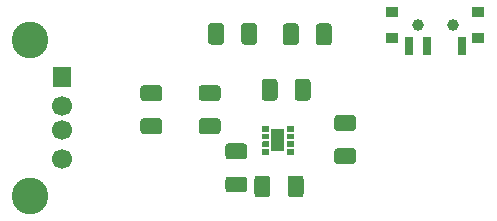
<source format=gbr>
%TF.GenerationSoftware,KiCad,Pcbnew,(5.1.6)-1*%
%TF.CreationDate,2021-03-22T01:22:11+02:00*%
%TF.ProjectId,Yu_9V_charger,59755f39-565f-4636-9861-726765722e6b,rev?*%
%TF.SameCoordinates,Original*%
%TF.FileFunction,Soldermask,Top*%
%TF.FilePolarity,Negative*%
%FSLAX46Y46*%
G04 Gerber Fmt 4.6, Leading zero omitted, Abs format (unit mm)*
G04 Created by KiCad (PCBNEW (5.1.6)-1) date 2021-03-22 01:22:11*
%MOMM*%
%LPD*%
G01*
G04 APERTURE LIST*
%ADD10C,0.010000*%
%ADD11C,0.100000*%
%ADD12R,1.100000X0.900000*%
%ADD13R,0.800000X1.600000*%
%ADD14C,1.000000*%
%ADD15C,1.700000*%
%ADD16R,1.600000X1.700000*%
%ADD17C,3.100000*%
G04 APERTURE END LIST*
D10*
%TO.C,U1*%
G36*
X141050000Y-72285000D02*
G01*
X141450000Y-72285000D01*
X141452620Y-72285069D01*
X141455230Y-72285274D01*
X141457820Y-72285616D01*
X141460400Y-72286093D01*
X141462940Y-72286704D01*
X141465450Y-72287447D01*
X141467920Y-72288321D01*
X141470340Y-72289323D01*
X141472700Y-72290450D01*
X141475000Y-72291699D01*
X141477230Y-72293066D01*
X141479390Y-72294549D01*
X141481470Y-72296143D01*
X141483460Y-72297843D01*
X141485360Y-72299645D01*
X141487160Y-72301543D01*
X141488860Y-72303534D01*
X141490450Y-72305611D01*
X141491930Y-72307768D01*
X141493300Y-72310000D01*
X141494550Y-72312300D01*
X141495680Y-72314663D01*
X141496680Y-72317082D01*
X141497550Y-72319549D01*
X141498300Y-72322059D01*
X141498910Y-72324604D01*
X141499380Y-72327178D01*
X141499730Y-72329774D01*
X141499930Y-72332383D01*
X141500000Y-72335000D01*
X141500000Y-72635000D01*
X141499930Y-72637620D01*
X141499730Y-72640230D01*
X141499380Y-72642820D01*
X141498910Y-72645400D01*
X141498300Y-72647940D01*
X141497550Y-72650450D01*
X141496680Y-72652920D01*
X141495680Y-72655340D01*
X141494550Y-72657700D01*
X141493300Y-72660000D01*
X141491930Y-72662230D01*
X141490450Y-72664390D01*
X141488860Y-72666470D01*
X141487160Y-72668460D01*
X141485360Y-72670360D01*
X141483460Y-72672160D01*
X141481470Y-72673860D01*
X141479390Y-72675450D01*
X141477230Y-72676930D01*
X141475000Y-72678300D01*
X141472700Y-72679550D01*
X141470340Y-72680680D01*
X141467920Y-72681680D01*
X141465450Y-72682550D01*
X141462940Y-72683300D01*
X141460400Y-72683910D01*
X141457820Y-72684380D01*
X141455230Y-72684730D01*
X141452620Y-72684930D01*
X141450000Y-72685000D01*
X141050000Y-72685000D01*
X141047383Y-72684930D01*
X141044774Y-72684730D01*
X141042178Y-72684380D01*
X141039604Y-72683910D01*
X141037059Y-72683300D01*
X141034549Y-72682550D01*
X141032082Y-72681680D01*
X141029663Y-72680680D01*
X141027300Y-72679550D01*
X141025000Y-72678300D01*
X141022768Y-72676930D01*
X141020611Y-72675450D01*
X141018534Y-72673860D01*
X141016543Y-72672160D01*
X141014645Y-72670360D01*
X141012843Y-72668460D01*
X141011143Y-72666470D01*
X141009549Y-72664390D01*
X141008066Y-72662230D01*
X141006699Y-72660000D01*
X141005450Y-72657700D01*
X141004323Y-72655340D01*
X141003321Y-72652920D01*
X141002447Y-72650450D01*
X141001704Y-72647940D01*
X141001093Y-72645400D01*
X141000616Y-72642820D01*
X141000274Y-72640230D01*
X141000069Y-72637620D01*
X141000000Y-72635000D01*
X141000000Y-72335000D01*
X141000069Y-72332383D01*
X141000274Y-72329774D01*
X141000616Y-72327178D01*
X141001093Y-72324604D01*
X141001704Y-72322059D01*
X141002447Y-72319549D01*
X141003321Y-72317082D01*
X141004323Y-72314663D01*
X141005450Y-72312300D01*
X141006699Y-72310000D01*
X141008066Y-72307768D01*
X141009549Y-72305611D01*
X141011143Y-72303534D01*
X141012843Y-72301543D01*
X141014645Y-72299645D01*
X141016543Y-72297843D01*
X141018534Y-72296143D01*
X141020611Y-72294549D01*
X141022768Y-72293066D01*
X141025000Y-72291699D01*
X141027300Y-72290450D01*
X141029663Y-72289323D01*
X141032082Y-72288321D01*
X141034549Y-72287447D01*
X141037059Y-72286704D01*
X141039604Y-72286093D01*
X141042178Y-72285616D01*
X141044774Y-72285274D01*
X141047383Y-72285069D01*
X141050000Y-72285000D01*
G37*
X141050000Y-72285000D02*
X141450000Y-72285000D01*
X141452620Y-72285069D01*
X141455230Y-72285274D01*
X141457820Y-72285616D01*
X141460400Y-72286093D01*
X141462940Y-72286704D01*
X141465450Y-72287447D01*
X141467920Y-72288321D01*
X141470340Y-72289323D01*
X141472700Y-72290450D01*
X141475000Y-72291699D01*
X141477230Y-72293066D01*
X141479390Y-72294549D01*
X141481470Y-72296143D01*
X141483460Y-72297843D01*
X141485360Y-72299645D01*
X141487160Y-72301543D01*
X141488860Y-72303534D01*
X141490450Y-72305611D01*
X141491930Y-72307768D01*
X141493300Y-72310000D01*
X141494550Y-72312300D01*
X141495680Y-72314663D01*
X141496680Y-72317082D01*
X141497550Y-72319549D01*
X141498300Y-72322059D01*
X141498910Y-72324604D01*
X141499380Y-72327178D01*
X141499730Y-72329774D01*
X141499930Y-72332383D01*
X141500000Y-72335000D01*
X141500000Y-72635000D01*
X141499930Y-72637620D01*
X141499730Y-72640230D01*
X141499380Y-72642820D01*
X141498910Y-72645400D01*
X141498300Y-72647940D01*
X141497550Y-72650450D01*
X141496680Y-72652920D01*
X141495680Y-72655340D01*
X141494550Y-72657700D01*
X141493300Y-72660000D01*
X141491930Y-72662230D01*
X141490450Y-72664390D01*
X141488860Y-72666470D01*
X141487160Y-72668460D01*
X141485360Y-72670360D01*
X141483460Y-72672160D01*
X141481470Y-72673860D01*
X141479390Y-72675450D01*
X141477230Y-72676930D01*
X141475000Y-72678300D01*
X141472700Y-72679550D01*
X141470340Y-72680680D01*
X141467920Y-72681680D01*
X141465450Y-72682550D01*
X141462940Y-72683300D01*
X141460400Y-72683910D01*
X141457820Y-72684380D01*
X141455230Y-72684730D01*
X141452620Y-72684930D01*
X141450000Y-72685000D01*
X141050000Y-72685000D01*
X141047383Y-72684930D01*
X141044774Y-72684730D01*
X141042178Y-72684380D01*
X141039604Y-72683910D01*
X141037059Y-72683300D01*
X141034549Y-72682550D01*
X141032082Y-72681680D01*
X141029663Y-72680680D01*
X141027300Y-72679550D01*
X141025000Y-72678300D01*
X141022768Y-72676930D01*
X141020611Y-72675450D01*
X141018534Y-72673860D01*
X141016543Y-72672160D01*
X141014645Y-72670360D01*
X141012843Y-72668460D01*
X141011143Y-72666470D01*
X141009549Y-72664390D01*
X141008066Y-72662230D01*
X141006699Y-72660000D01*
X141005450Y-72657700D01*
X141004323Y-72655340D01*
X141003321Y-72652920D01*
X141002447Y-72650450D01*
X141001704Y-72647940D01*
X141001093Y-72645400D01*
X141000616Y-72642820D01*
X141000274Y-72640230D01*
X141000069Y-72637620D01*
X141000000Y-72635000D01*
X141000000Y-72335000D01*
X141000069Y-72332383D01*
X141000274Y-72329774D01*
X141000616Y-72327178D01*
X141001093Y-72324604D01*
X141001704Y-72322059D01*
X141002447Y-72319549D01*
X141003321Y-72317082D01*
X141004323Y-72314663D01*
X141005450Y-72312300D01*
X141006699Y-72310000D01*
X141008066Y-72307768D01*
X141009549Y-72305611D01*
X141011143Y-72303534D01*
X141012843Y-72301543D01*
X141014645Y-72299645D01*
X141016543Y-72297843D01*
X141018534Y-72296143D01*
X141020611Y-72294549D01*
X141022768Y-72293066D01*
X141025000Y-72291699D01*
X141027300Y-72290450D01*
X141029663Y-72289323D01*
X141032082Y-72288321D01*
X141034549Y-72287447D01*
X141037059Y-72286704D01*
X141039604Y-72286093D01*
X141042178Y-72285616D01*
X141044774Y-72285274D01*
X141047383Y-72285069D01*
X141050000Y-72285000D01*
G36*
X141050000Y-71635000D02*
G01*
X141450000Y-71635000D01*
X141452620Y-71635069D01*
X141455230Y-71635274D01*
X141457820Y-71635616D01*
X141460400Y-71636093D01*
X141462940Y-71636704D01*
X141465450Y-71637447D01*
X141467920Y-71638321D01*
X141470340Y-71639323D01*
X141472700Y-71640450D01*
X141475000Y-71641699D01*
X141477230Y-71643066D01*
X141479390Y-71644549D01*
X141481470Y-71646143D01*
X141483460Y-71647843D01*
X141485360Y-71649645D01*
X141487160Y-71651543D01*
X141488860Y-71653534D01*
X141490450Y-71655611D01*
X141491930Y-71657768D01*
X141493300Y-71660000D01*
X141494550Y-71662300D01*
X141495680Y-71664663D01*
X141496680Y-71667082D01*
X141497550Y-71669549D01*
X141498300Y-71672059D01*
X141498910Y-71674604D01*
X141499380Y-71677178D01*
X141499730Y-71679774D01*
X141499930Y-71682383D01*
X141500000Y-71685000D01*
X141500000Y-71985000D01*
X141499930Y-71987617D01*
X141499730Y-71990226D01*
X141499380Y-71992822D01*
X141498910Y-71995396D01*
X141498300Y-71997941D01*
X141497550Y-72000451D01*
X141496680Y-72002918D01*
X141495680Y-72005337D01*
X141494550Y-72007700D01*
X141493300Y-72010000D01*
X141491930Y-72012232D01*
X141490450Y-72014389D01*
X141488860Y-72016466D01*
X141487160Y-72018457D01*
X141485360Y-72020355D01*
X141483460Y-72022157D01*
X141481470Y-72023857D01*
X141479390Y-72025451D01*
X141477230Y-72026934D01*
X141475000Y-72028301D01*
X141472700Y-72029550D01*
X141470340Y-72030677D01*
X141467920Y-72031679D01*
X141465450Y-72032553D01*
X141462940Y-72033296D01*
X141460400Y-72033907D01*
X141457820Y-72034384D01*
X141455230Y-72034726D01*
X141452620Y-72034931D01*
X141450000Y-72035000D01*
X141050000Y-72035000D01*
X141047383Y-72034931D01*
X141044774Y-72034726D01*
X141042178Y-72034384D01*
X141039604Y-72033907D01*
X141037059Y-72033296D01*
X141034549Y-72032553D01*
X141032082Y-72031679D01*
X141029663Y-72030677D01*
X141027300Y-72029550D01*
X141025000Y-72028301D01*
X141022768Y-72026934D01*
X141020611Y-72025451D01*
X141018534Y-72023857D01*
X141016543Y-72022157D01*
X141014645Y-72020355D01*
X141012843Y-72018457D01*
X141011143Y-72016466D01*
X141009549Y-72014389D01*
X141008066Y-72012232D01*
X141006699Y-72010000D01*
X141005450Y-72007700D01*
X141004323Y-72005337D01*
X141003321Y-72002918D01*
X141002447Y-72000451D01*
X141001704Y-71997941D01*
X141001093Y-71995396D01*
X141000616Y-71992822D01*
X141000274Y-71990226D01*
X141000069Y-71987617D01*
X141000000Y-71985000D01*
X141000000Y-71685000D01*
X141000069Y-71682383D01*
X141000274Y-71679774D01*
X141000616Y-71677178D01*
X141001093Y-71674604D01*
X141001704Y-71672059D01*
X141002447Y-71669549D01*
X141003321Y-71667082D01*
X141004323Y-71664663D01*
X141005450Y-71662300D01*
X141006699Y-71660000D01*
X141008066Y-71657768D01*
X141009549Y-71655611D01*
X141011143Y-71653534D01*
X141012843Y-71651543D01*
X141014645Y-71649645D01*
X141016543Y-71647843D01*
X141018534Y-71646143D01*
X141020611Y-71644549D01*
X141022768Y-71643066D01*
X141025000Y-71641699D01*
X141027300Y-71640450D01*
X141029663Y-71639323D01*
X141032082Y-71638321D01*
X141034549Y-71637447D01*
X141037059Y-71636704D01*
X141039604Y-71636093D01*
X141042178Y-71635616D01*
X141044774Y-71635274D01*
X141047383Y-71635069D01*
X141050000Y-71635000D01*
G37*
X141050000Y-71635000D02*
X141450000Y-71635000D01*
X141452620Y-71635069D01*
X141455230Y-71635274D01*
X141457820Y-71635616D01*
X141460400Y-71636093D01*
X141462940Y-71636704D01*
X141465450Y-71637447D01*
X141467920Y-71638321D01*
X141470340Y-71639323D01*
X141472700Y-71640450D01*
X141475000Y-71641699D01*
X141477230Y-71643066D01*
X141479390Y-71644549D01*
X141481470Y-71646143D01*
X141483460Y-71647843D01*
X141485360Y-71649645D01*
X141487160Y-71651543D01*
X141488860Y-71653534D01*
X141490450Y-71655611D01*
X141491930Y-71657768D01*
X141493300Y-71660000D01*
X141494550Y-71662300D01*
X141495680Y-71664663D01*
X141496680Y-71667082D01*
X141497550Y-71669549D01*
X141498300Y-71672059D01*
X141498910Y-71674604D01*
X141499380Y-71677178D01*
X141499730Y-71679774D01*
X141499930Y-71682383D01*
X141500000Y-71685000D01*
X141500000Y-71985000D01*
X141499930Y-71987617D01*
X141499730Y-71990226D01*
X141499380Y-71992822D01*
X141498910Y-71995396D01*
X141498300Y-71997941D01*
X141497550Y-72000451D01*
X141496680Y-72002918D01*
X141495680Y-72005337D01*
X141494550Y-72007700D01*
X141493300Y-72010000D01*
X141491930Y-72012232D01*
X141490450Y-72014389D01*
X141488860Y-72016466D01*
X141487160Y-72018457D01*
X141485360Y-72020355D01*
X141483460Y-72022157D01*
X141481470Y-72023857D01*
X141479390Y-72025451D01*
X141477230Y-72026934D01*
X141475000Y-72028301D01*
X141472700Y-72029550D01*
X141470340Y-72030677D01*
X141467920Y-72031679D01*
X141465450Y-72032553D01*
X141462940Y-72033296D01*
X141460400Y-72033907D01*
X141457820Y-72034384D01*
X141455230Y-72034726D01*
X141452620Y-72034931D01*
X141450000Y-72035000D01*
X141050000Y-72035000D01*
X141047383Y-72034931D01*
X141044774Y-72034726D01*
X141042178Y-72034384D01*
X141039604Y-72033907D01*
X141037059Y-72033296D01*
X141034549Y-72032553D01*
X141032082Y-72031679D01*
X141029663Y-72030677D01*
X141027300Y-72029550D01*
X141025000Y-72028301D01*
X141022768Y-72026934D01*
X141020611Y-72025451D01*
X141018534Y-72023857D01*
X141016543Y-72022157D01*
X141014645Y-72020355D01*
X141012843Y-72018457D01*
X141011143Y-72016466D01*
X141009549Y-72014389D01*
X141008066Y-72012232D01*
X141006699Y-72010000D01*
X141005450Y-72007700D01*
X141004323Y-72005337D01*
X141003321Y-72002918D01*
X141002447Y-72000451D01*
X141001704Y-71997941D01*
X141001093Y-71995396D01*
X141000616Y-71992822D01*
X141000274Y-71990226D01*
X141000069Y-71987617D01*
X141000000Y-71985000D01*
X141000000Y-71685000D01*
X141000069Y-71682383D01*
X141000274Y-71679774D01*
X141000616Y-71677178D01*
X141001093Y-71674604D01*
X141001704Y-71672059D01*
X141002447Y-71669549D01*
X141003321Y-71667082D01*
X141004323Y-71664663D01*
X141005450Y-71662300D01*
X141006699Y-71660000D01*
X141008066Y-71657768D01*
X141009549Y-71655611D01*
X141011143Y-71653534D01*
X141012843Y-71651543D01*
X141014645Y-71649645D01*
X141016543Y-71647843D01*
X141018534Y-71646143D01*
X141020611Y-71644549D01*
X141022768Y-71643066D01*
X141025000Y-71641699D01*
X141027300Y-71640450D01*
X141029663Y-71639323D01*
X141032082Y-71638321D01*
X141034549Y-71637447D01*
X141037059Y-71636704D01*
X141039604Y-71636093D01*
X141042178Y-71635616D01*
X141044774Y-71635274D01*
X141047383Y-71635069D01*
X141050000Y-71635000D01*
G36*
X141050000Y-70985000D02*
G01*
X141450000Y-70985000D01*
X141452620Y-70985069D01*
X141455230Y-70985274D01*
X141457820Y-70985616D01*
X141460400Y-70986093D01*
X141462940Y-70986704D01*
X141465450Y-70987447D01*
X141467920Y-70988321D01*
X141470340Y-70989323D01*
X141472700Y-70990450D01*
X141475000Y-70991699D01*
X141477230Y-70993066D01*
X141479390Y-70994549D01*
X141481470Y-70996143D01*
X141483460Y-70997843D01*
X141485360Y-70999645D01*
X141487160Y-71001543D01*
X141488860Y-71003534D01*
X141490450Y-71005611D01*
X141491930Y-71007768D01*
X141493300Y-71010000D01*
X141494550Y-71012300D01*
X141495680Y-71014663D01*
X141496680Y-71017082D01*
X141497550Y-71019549D01*
X141498300Y-71022059D01*
X141498910Y-71024604D01*
X141499380Y-71027178D01*
X141499730Y-71029774D01*
X141499930Y-71032383D01*
X141500000Y-71035000D01*
X141500000Y-71335000D01*
X141499930Y-71337617D01*
X141499730Y-71340226D01*
X141499380Y-71342822D01*
X141498910Y-71345396D01*
X141498300Y-71347941D01*
X141497550Y-71350451D01*
X141496680Y-71352918D01*
X141495680Y-71355337D01*
X141494550Y-71357700D01*
X141493300Y-71360000D01*
X141491930Y-71362232D01*
X141490450Y-71364389D01*
X141488860Y-71366466D01*
X141487160Y-71368457D01*
X141485360Y-71370355D01*
X141483460Y-71372157D01*
X141481470Y-71373857D01*
X141479390Y-71375451D01*
X141477230Y-71376934D01*
X141475000Y-71378301D01*
X141472700Y-71379550D01*
X141470340Y-71380677D01*
X141467920Y-71381679D01*
X141465450Y-71382553D01*
X141462940Y-71383296D01*
X141460400Y-71383907D01*
X141457820Y-71384384D01*
X141455230Y-71384726D01*
X141452620Y-71384931D01*
X141450000Y-71385000D01*
X141050000Y-71385000D01*
X141047383Y-71384931D01*
X141044774Y-71384726D01*
X141042178Y-71384384D01*
X141039604Y-71383907D01*
X141037059Y-71383296D01*
X141034549Y-71382553D01*
X141032082Y-71381679D01*
X141029663Y-71380677D01*
X141027300Y-71379550D01*
X141025000Y-71378301D01*
X141022768Y-71376934D01*
X141020611Y-71375451D01*
X141018534Y-71373857D01*
X141016543Y-71372157D01*
X141014645Y-71370355D01*
X141012843Y-71368457D01*
X141011143Y-71366466D01*
X141009549Y-71364389D01*
X141008066Y-71362232D01*
X141006699Y-71360000D01*
X141005450Y-71357700D01*
X141004323Y-71355337D01*
X141003321Y-71352918D01*
X141002447Y-71350451D01*
X141001704Y-71347941D01*
X141001093Y-71345396D01*
X141000616Y-71342822D01*
X141000274Y-71340226D01*
X141000069Y-71337617D01*
X141000000Y-71335000D01*
X141000000Y-71035000D01*
X141000069Y-71032383D01*
X141000274Y-71029774D01*
X141000616Y-71027178D01*
X141001093Y-71024604D01*
X141001704Y-71022059D01*
X141002447Y-71019549D01*
X141003321Y-71017082D01*
X141004323Y-71014663D01*
X141005450Y-71012300D01*
X141006699Y-71010000D01*
X141008066Y-71007768D01*
X141009549Y-71005611D01*
X141011143Y-71003534D01*
X141012843Y-71001543D01*
X141014645Y-70999645D01*
X141016543Y-70997843D01*
X141018534Y-70996143D01*
X141020611Y-70994549D01*
X141022768Y-70993066D01*
X141025000Y-70991699D01*
X141027300Y-70990450D01*
X141029663Y-70989323D01*
X141032082Y-70988321D01*
X141034549Y-70987447D01*
X141037059Y-70986704D01*
X141039604Y-70986093D01*
X141042178Y-70985616D01*
X141044774Y-70985274D01*
X141047383Y-70985069D01*
X141050000Y-70985000D01*
G37*
X141050000Y-70985000D02*
X141450000Y-70985000D01*
X141452620Y-70985069D01*
X141455230Y-70985274D01*
X141457820Y-70985616D01*
X141460400Y-70986093D01*
X141462940Y-70986704D01*
X141465450Y-70987447D01*
X141467920Y-70988321D01*
X141470340Y-70989323D01*
X141472700Y-70990450D01*
X141475000Y-70991699D01*
X141477230Y-70993066D01*
X141479390Y-70994549D01*
X141481470Y-70996143D01*
X141483460Y-70997843D01*
X141485360Y-70999645D01*
X141487160Y-71001543D01*
X141488860Y-71003534D01*
X141490450Y-71005611D01*
X141491930Y-71007768D01*
X141493300Y-71010000D01*
X141494550Y-71012300D01*
X141495680Y-71014663D01*
X141496680Y-71017082D01*
X141497550Y-71019549D01*
X141498300Y-71022059D01*
X141498910Y-71024604D01*
X141499380Y-71027178D01*
X141499730Y-71029774D01*
X141499930Y-71032383D01*
X141500000Y-71035000D01*
X141500000Y-71335000D01*
X141499930Y-71337617D01*
X141499730Y-71340226D01*
X141499380Y-71342822D01*
X141498910Y-71345396D01*
X141498300Y-71347941D01*
X141497550Y-71350451D01*
X141496680Y-71352918D01*
X141495680Y-71355337D01*
X141494550Y-71357700D01*
X141493300Y-71360000D01*
X141491930Y-71362232D01*
X141490450Y-71364389D01*
X141488860Y-71366466D01*
X141487160Y-71368457D01*
X141485360Y-71370355D01*
X141483460Y-71372157D01*
X141481470Y-71373857D01*
X141479390Y-71375451D01*
X141477230Y-71376934D01*
X141475000Y-71378301D01*
X141472700Y-71379550D01*
X141470340Y-71380677D01*
X141467920Y-71381679D01*
X141465450Y-71382553D01*
X141462940Y-71383296D01*
X141460400Y-71383907D01*
X141457820Y-71384384D01*
X141455230Y-71384726D01*
X141452620Y-71384931D01*
X141450000Y-71385000D01*
X141050000Y-71385000D01*
X141047383Y-71384931D01*
X141044774Y-71384726D01*
X141042178Y-71384384D01*
X141039604Y-71383907D01*
X141037059Y-71383296D01*
X141034549Y-71382553D01*
X141032082Y-71381679D01*
X141029663Y-71380677D01*
X141027300Y-71379550D01*
X141025000Y-71378301D01*
X141022768Y-71376934D01*
X141020611Y-71375451D01*
X141018534Y-71373857D01*
X141016543Y-71372157D01*
X141014645Y-71370355D01*
X141012843Y-71368457D01*
X141011143Y-71366466D01*
X141009549Y-71364389D01*
X141008066Y-71362232D01*
X141006699Y-71360000D01*
X141005450Y-71357700D01*
X141004323Y-71355337D01*
X141003321Y-71352918D01*
X141002447Y-71350451D01*
X141001704Y-71347941D01*
X141001093Y-71345396D01*
X141000616Y-71342822D01*
X141000274Y-71340226D01*
X141000069Y-71337617D01*
X141000000Y-71335000D01*
X141000000Y-71035000D01*
X141000069Y-71032383D01*
X141000274Y-71029774D01*
X141000616Y-71027178D01*
X141001093Y-71024604D01*
X141001704Y-71022059D01*
X141002447Y-71019549D01*
X141003321Y-71017082D01*
X141004323Y-71014663D01*
X141005450Y-71012300D01*
X141006699Y-71010000D01*
X141008066Y-71007768D01*
X141009549Y-71005611D01*
X141011143Y-71003534D01*
X141012843Y-71001543D01*
X141014645Y-70999645D01*
X141016543Y-70997843D01*
X141018534Y-70996143D01*
X141020611Y-70994549D01*
X141022768Y-70993066D01*
X141025000Y-70991699D01*
X141027300Y-70990450D01*
X141029663Y-70989323D01*
X141032082Y-70988321D01*
X141034549Y-70987447D01*
X141037059Y-70986704D01*
X141039604Y-70986093D01*
X141042178Y-70985616D01*
X141044774Y-70985274D01*
X141047383Y-70985069D01*
X141050000Y-70985000D01*
G36*
X141050000Y-70335000D02*
G01*
X141450000Y-70335000D01*
X141452620Y-70335070D01*
X141455230Y-70335270D01*
X141457820Y-70335620D01*
X141460400Y-70336090D01*
X141462940Y-70336700D01*
X141465450Y-70337450D01*
X141467920Y-70338320D01*
X141470340Y-70339320D01*
X141472700Y-70340450D01*
X141475000Y-70341700D01*
X141477230Y-70343070D01*
X141479390Y-70344550D01*
X141481470Y-70346140D01*
X141483460Y-70347840D01*
X141485360Y-70349640D01*
X141487160Y-70351540D01*
X141488860Y-70353530D01*
X141490450Y-70355610D01*
X141491930Y-70357770D01*
X141493300Y-70360000D01*
X141494550Y-70362300D01*
X141495680Y-70364660D01*
X141496680Y-70367080D01*
X141497550Y-70369550D01*
X141498300Y-70372060D01*
X141498910Y-70374600D01*
X141499380Y-70377180D01*
X141499730Y-70379770D01*
X141499930Y-70382380D01*
X141500000Y-70385000D01*
X141500000Y-70685000D01*
X141499930Y-70687617D01*
X141499730Y-70690226D01*
X141499380Y-70692822D01*
X141498910Y-70695396D01*
X141498300Y-70697941D01*
X141497550Y-70700451D01*
X141496680Y-70702918D01*
X141495680Y-70705337D01*
X141494550Y-70707700D01*
X141493300Y-70710000D01*
X141491930Y-70712232D01*
X141490450Y-70714389D01*
X141488860Y-70716466D01*
X141487160Y-70718457D01*
X141485360Y-70720355D01*
X141483460Y-70722157D01*
X141481470Y-70723857D01*
X141479390Y-70725451D01*
X141477230Y-70726934D01*
X141475000Y-70728301D01*
X141472700Y-70729550D01*
X141470340Y-70730677D01*
X141467920Y-70731679D01*
X141465450Y-70732553D01*
X141462940Y-70733296D01*
X141460400Y-70733907D01*
X141457820Y-70734384D01*
X141455230Y-70734726D01*
X141452620Y-70734931D01*
X141450000Y-70735000D01*
X141050000Y-70735000D01*
X141047383Y-70734931D01*
X141044774Y-70734726D01*
X141042178Y-70734384D01*
X141039604Y-70733907D01*
X141037059Y-70733296D01*
X141034549Y-70732553D01*
X141032082Y-70731679D01*
X141029663Y-70730677D01*
X141027300Y-70729550D01*
X141025000Y-70728301D01*
X141022768Y-70726934D01*
X141020611Y-70725451D01*
X141018534Y-70723857D01*
X141016543Y-70722157D01*
X141014645Y-70720355D01*
X141012843Y-70718457D01*
X141011143Y-70716466D01*
X141009549Y-70714389D01*
X141008066Y-70712232D01*
X141006699Y-70710000D01*
X141005450Y-70707700D01*
X141004323Y-70705337D01*
X141003321Y-70702918D01*
X141002447Y-70700451D01*
X141001704Y-70697941D01*
X141001093Y-70695396D01*
X141000616Y-70692822D01*
X141000274Y-70690226D01*
X141000069Y-70687617D01*
X141000000Y-70685000D01*
X141000000Y-70385000D01*
X141000069Y-70382380D01*
X141000274Y-70379770D01*
X141000616Y-70377180D01*
X141001093Y-70374600D01*
X141001704Y-70372060D01*
X141002447Y-70369550D01*
X141003321Y-70367080D01*
X141004323Y-70364660D01*
X141005450Y-70362300D01*
X141006699Y-70360000D01*
X141008066Y-70357770D01*
X141009549Y-70355610D01*
X141011143Y-70353530D01*
X141012843Y-70351540D01*
X141014645Y-70349640D01*
X141016543Y-70347840D01*
X141018534Y-70346140D01*
X141020611Y-70344550D01*
X141022768Y-70343070D01*
X141025000Y-70341700D01*
X141027300Y-70340450D01*
X141029663Y-70339320D01*
X141032082Y-70338320D01*
X141034549Y-70337450D01*
X141037059Y-70336700D01*
X141039604Y-70336090D01*
X141042178Y-70335620D01*
X141044774Y-70335270D01*
X141047383Y-70335070D01*
X141050000Y-70335000D01*
G37*
X141050000Y-70335000D02*
X141450000Y-70335000D01*
X141452620Y-70335070D01*
X141455230Y-70335270D01*
X141457820Y-70335620D01*
X141460400Y-70336090D01*
X141462940Y-70336700D01*
X141465450Y-70337450D01*
X141467920Y-70338320D01*
X141470340Y-70339320D01*
X141472700Y-70340450D01*
X141475000Y-70341700D01*
X141477230Y-70343070D01*
X141479390Y-70344550D01*
X141481470Y-70346140D01*
X141483460Y-70347840D01*
X141485360Y-70349640D01*
X141487160Y-70351540D01*
X141488860Y-70353530D01*
X141490450Y-70355610D01*
X141491930Y-70357770D01*
X141493300Y-70360000D01*
X141494550Y-70362300D01*
X141495680Y-70364660D01*
X141496680Y-70367080D01*
X141497550Y-70369550D01*
X141498300Y-70372060D01*
X141498910Y-70374600D01*
X141499380Y-70377180D01*
X141499730Y-70379770D01*
X141499930Y-70382380D01*
X141500000Y-70385000D01*
X141500000Y-70685000D01*
X141499930Y-70687617D01*
X141499730Y-70690226D01*
X141499380Y-70692822D01*
X141498910Y-70695396D01*
X141498300Y-70697941D01*
X141497550Y-70700451D01*
X141496680Y-70702918D01*
X141495680Y-70705337D01*
X141494550Y-70707700D01*
X141493300Y-70710000D01*
X141491930Y-70712232D01*
X141490450Y-70714389D01*
X141488860Y-70716466D01*
X141487160Y-70718457D01*
X141485360Y-70720355D01*
X141483460Y-70722157D01*
X141481470Y-70723857D01*
X141479390Y-70725451D01*
X141477230Y-70726934D01*
X141475000Y-70728301D01*
X141472700Y-70729550D01*
X141470340Y-70730677D01*
X141467920Y-70731679D01*
X141465450Y-70732553D01*
X141462940Y-70733296D01*
X141460400Y-70733907D01*
X141457820Y-70734384D01*
X141455230Y-70734726D01*
X141452620Y-70734931D01*
X141450000Y-70735000D01*
X141050000Y-70735000D01*
X141047383Y-70734931D01*
X141044774Y-70734726D01*
X141042178Y-70734384D01*
X141039604Y-70733907D01*
X141037059Y-70733296D01*
X141034549Y-70732553D01*
X141032082Y-70731679D01*
X141029663Y-70730677D01*
X141027300Y-70729550D01*
X141025000Y-70728301D01*
X141022768Y-70726934D01*
X141020611Y-70725451D01*
X141018534Y-70723857D01*
X141016543Y-70722157D01*
X141014645Y-70720355D01*
X141012843Y-70718457D01*
X141011143Y-70716466D01*
X141009549Y-70714389D01*
X141008066Y-70712232D01*
X141006699Y-70710000D01*
X141005450Y-70707700D01*
X141004323Y-70705337D01*
X141003321Y-70702918D01*
X141002447Y-70700451D01*
X141001704Y-70697941D01*
X141001093Y-70695396D01*
X141000616Y-70692822D01*
X141000274Y-70690226D01*
X141000069Y-70687617D01*
X141000000Y-70685000D01*
X141000000Y-70385000D01*
X141000069Y-70382380D01*
X141000274Y-70379770D01*
X141000616Y-70377180D01*
X141001093Y-70374600D01*
X141001704Y-70372060D01*
X141002447Y-70369550D01*
X141003321Y-70367080D01*
X141004323Y-70364660D01*
X141005450Y-70362300D01*
X141006699Y-70360000D01*
X141008066Y-70357770D01*
X141009549Y-70355610D01*
X141011143Y-70353530D01*
X141012843Y-70351540D01*
X141014645Y-70349640D01*
X141016543Y-70347840D01*
X141018534Y-70346140D01*
X141020611Y-70344550D01*
X141022768Y-70343070D01*
X141025000Y-70341700D01*
X141027300Y-70340450D01*
X141029663Y-70339320D01*
X141032082Y-70338320D01*
X141034549Y-70337450D01*
X141037059Y-70336700D01*
X141039604Y-70336090D01*
X141042178Y-70335620D01*
X141044774Y-70335270D01*
X141047383Y-70335070D01*
X141050000Y-70335000D01*
G36*
X138950000Y-72285000D02*
G01*
X139350000Y-72285000D01*
X139352617Y-72285069D01*
X139355226Y-72285274D01*
X139357822Y-72285616D01*
X139360396Y-72286093D01*
X139362941Y-72286704D01*
X139365451Y-72287447D01*
X139367918Y-72288321D01*
X139370337Y-72289323D01*
X139372700Y-72290450D01*
X139375000Y-72291699D01*
X139377232Y-72293066D01*
X139379389Y-72294549D01*
X139381466Y-72296143D01*
X139383457Y-72297843D01*
X139385355Y-72299645D01*
X139387157Y-72301543D01*
X139388857Y-72303534D01*
X139390451Y-72305611D01*
X139391934Y-72307768D01*
X139393301Y-72310000D01*
X139394550Y-72312300D01*
X139395677Y-72314663D01*
X139396679Y-72317082D01*
X139397553Y-72319549D01*
X139398296Y-72322059D01*
X139398907Y-72324604D01*
X139399384Y-72327178D01*
X139399726Y-72329774D01*
X139399931Y-72332383D01*
X139400000Y-72335000D01*
X139400000Y-72635000D01*
X139399931Y-72637620D01*
X139399726Y-72640230D01*
X139399384Y-72642820D01*
X139398907Y-72645400D01*
X139398296Y-72647940D01*
X139397553Y-72650450D01*
X139396679Y-72652920D01*
X139395677Y-72655340D01*
X139394550Y-72657700D01*
X139393301Y-72660000D01*
X139391934Y-72662230D01*
X139390451Y-72664390D01*
X139388857Y-72666470D01*
X139387157Y-72668460D01*
X139385355Y-72670360D01*
X139383457Y-72672160D01*
X139381466Y-72673860D01*
X139379389Y-72675450D01*
X139377232Y-72676930D01*
X139375000Y-72678300D01*
X139372700Y-72679550D01*
X139370337Y-72680680D01*
X139367918Y-72681680D01*
X139365451Y-72682550D01*
X139362941Y-72683300D01*
X139360396Y-72683910D01*
X139357822Y-72684380D01*
X139355226Y-72684730D01*
X139352617Y-72684930D01*
X139350000Y-72685000D01*
X138950000Y-72685000D01*
X138947380Y-72684930D01*
X138944770Y-72684730D01*
X138942180Y-72684380D01*
X138939600Y-72683910D01*
X138937060Y-72683300D01*
X138934550Y-72682550D01*
X138932080Y-72681680D01*
X138929660Y-72680680D01*
X138927300Y-72679550D01*
X138925000Y-72678300D01*
X138922770Y-72676930D01*
X138920610Y-72675450D01*
X138918530Y-72673860D01*
X138916540Y-72672160D01*
X138914640Y-72670360D01*
X138912840Y-72668460D01*
X138911140Y-72666470D01*
X138909550Y-72664390D01*
X138908070Y-72662230D01*
X138906700Y-72660000D01*
X138905450Y-72657700D01*
X138904320Y-72655340D01*
X138903320Y-72652920D01*
X138902450Y-72650450D01*
X138901700Y-72647940D01*
X138901090Y-72645400D01*
X138900620Y-72642820D01*
X138900270Y-72640230D01*
X138900070Y-72637620D01*
X138900000Y-72635000D01*
X138900000Y-72335000D01*
X138900070Y-72332383D01*
X138900270Y-72329774D01*
X138900620Y-72327178D01*
X138901090Y-72324604D01*
X138901700Y-72322059D01*
X138902450Y-72319549D01*
X138903320Y-72317082D01*
X138904320Y-72314663D01*
X138905450Y-72312300D01*
X138906700Y-72310000D01*
X138908070Y-72307768D01*
X138909550Y-72305611D01*
X138911140Y-72303534D01*
X138912840Y-72301543D01*
X138914640Y-72299645D01*
X138916540Y-72297843D01*
X138918530Y-72296143D01*
X138920610Y-72294549D01*
X138922770Y-72293066D01*
X138925000Y-72291699D01*
X138927300Y-72290450D01*
X138929660Y-72289323D01*
X138932080Y-72288321D01*
X138934550Y-72287447D01*
X138937060Y-72286704D01*
X138939600Y-72286093D01*
X138942180Y-72285616D01*
X138944770Y-72285274D01*
X138947380Y-72285069D01*
X138950000Y-72285000D01*
G37*
X138950000Y-72285000D02*
X139350000Y-72285000D01*
X139352617Y-72285069D01*
X139355226Y-72285274D01*
X139357822Y-72285616D01*
X139360396Y-72286093D01*
X139362941Y-72286704D01*
X139365451Y-72287447D01*
X139367918Y-72288321D01*
X139370337Y-72289323D01*
X139372700Y-72290450D01*
X139375000Y-72291699D01*
X139377232Y-72293066D01*
X139379389Y-72294549D01*
X139381466Y-72296143D01*
X139383457Y-72297843D01*
X139385355Y-72299645D01*
X139387157Y-72301543D01*
X139388857Y-72303534D01*
X139390451Y-72305611D01*
X139391934Y-72307768D01*
X139393301Y-72310000D01*
X139394550Y-72312300D01*
X139395677Y-72314663D01*
X139396679Y-72317082D01*
X139397553Y-72319549D01*
X139398296Y-72322059D01*
X139398907Y-72324604D01*
X139399384Y-72327178D01*
X139399726Y-72329774D01*
X139399931Y-72332383D01*
X139400000Y-72335000D01*
X139400000Y-72635000D01*
X139399931Y-72637620D01*
X139399726Y-72640230D01*
X139399384Y-72642820D01*
X139398907Y-72645400D01*
X139398296Y-72647940D01*
X139397553Y-72650450D01*
X139396679Y-72652920D01*
X139395677Y-72655340D01*
X139394550Y-72657700D01*
X139393301Y-72660000D01*
X139391934Y-72662230D01*
X139390451Y-72664390D01*
X139388857Y-72666470D01*
X139387157Y-72668460D01*
X139385355Y-72670360D01*
X139383457Y-72672160D01*
X139381466Y-72673860D01*
X139379389Y-72675450D01*
X139377232Y-72676930D01*
X139375000Y-72678300D01*
X139372700Y-72679550D01*
X139370337Y-72680680D01*
X139367918Y-72681680D01*
X139365451Y-72682550D01*
X139362941Y-72683300D01*
X139360396Y-72683910D01*
X139357822Y-72684380D01*
X139355226Y-72684730D01*
X139352617Y-72684930D01*
X139350000Y-72685000D01*
X138950000Y-72685000D01*
X138947380Y-72684930D01*
X138944770Y-72684730D01*
X138942180Y-72684380D01*
X138939600Y-72683910D01*
X138937060Y-72683300D01*
X138934550Y-72682550D01*
X138932080Y-72681680D01*
X138929660Y-72680680D01*
X138927300Y-72679550D01*
X138925000Y-72678300D01*
X138922770Y-72676930D01*
X138920610Y-72675450D01*
X138918530Y-72673860D01*
X138916540Y-72672160D01*
X138914640Y-72670360D01*
X138912840Y-72668460D01*
X138911140Y-72666470D01*
X138909550Y-72664390D01*
X138908070Y-72662230D01*
X138906700Y-72660000D01*
X138905450Y-72657700D01*
X138904320Y-72655340D01*
X138903320Y-72652920D01*
X138902450Y-72650450D01*
X138901700Y-72647940D01*
X138901090Y-72645400D01*
X138900620Y-72642820D01*
X138900270Y-72640230D01*
X138900070Y-72637620D01*
X138900000Y-72635000D01*
X138900000Y-72335000D01*
X138900070Y-72332383D01*
X138900270Y-72329774D01*
X138900620Y-72327178D01*
X138901090Y-72324604D01*
X138901700Y-72322059D01*
X138902450Y-72319549D01*
X138903320Y-72317082D01*
X138904320Y-72314663D01*
X138905450Y-72312300D01*
X138906700Y-72310000D01*
X138908070Y-72307768D01*
X138909550Y-72305611D01*
X138911140Y-72303534D01*
X138912840Y-72301543D01*
X138914640Y-72299645D01*
X138916540Y-72297843D01*
X138918530Y-72296143D01*
X138920610Y-72294549D01*
X138922770Y-72293066D01*
X138925000Y-72291699D01*
X138927300Y-72290450D01*
X138929660Y-72289323D01*
X138932080Y-72288321D01*
X138934550Y-72287447D01*
X138937060Y-72286704D01*
X138939600Y-72286093D01*
X138942180Y-72285616D01*
X138944770Y-72285274D01*
X138947380Y-72285069D01*
X138950000Y-72285000D01*
G36*
X138950000Y-71635000D02*
G01*
X139350000Y-71635000D01*
X139352617Y-71635069D01*
X139355226Y-71635274D01*
X139357822Y-71635616D01*
X139360396Y-71636093D01*
X139362941Y-71636704D01*
X139365451Y-71637447D01*
X139367918Y-71638321D01*
X139370337Y-71639323D01*
X139372700Y-71640450D01*
X139375000Y-71641699D01*
X139377232Y-71643066D01*
X139379389Y-71644549D01*
X139381466Y-71646143D01*
X139383457Y-71647843D01*
X139385355Y-71649645D01*
X139387157Y-71651543D01*
X139388857Y-71653534D01*
X139390451Y-71655611D01*
X139391934Y-71657768D01*
X139393301Y-71660000D01*
X139394550Y-71662300D01*
X139395677Y-71664663D01*
X139396679Y-71667082D01*
X139397553Y-71669549D01*
X139398296Y-71672059D01*
X139398907Y-71674604D01*
X139399384Y-71677178D01*
X139399726Y-71679774D01*
X139399931Y-71682383D01*
X139400000Y-71685000D01*
X139400000Y-71985000D01*
X139399931Y-71987617D01*
X139399726Y-71990226D01*
X139399384Y-71992822D01*
X139398907Y-71995396D01*
X139398296Y-71997941D01*
X139397553Y-72000451D01*
X139396679Y-72002918D01*
X139395677Y-72005337D01*
X139394550Y-72007700D01*
X139393301Y-72010000D01*
X139391934Y-72012232D01*
X139390451Y-72014389D01*
X139388857Y-72016466D01*
X139387157Y-72018457D01*
X139385355Y-72020355D01*
X139383457Y-72022157D01*
X139381466Y-72023857D01*
X139379389Y-72025451D01*
X139377232Y-72026934D01*
X139375000Y-72028301D01*
X139372700Y-72029550D01*
X139370337Y-72030677D01*
X139367918Y-72031679D01*
X139365451Y-72032553D01*
X139362941Y-72033296D01*
X139360396Y-72033907D01*
X139357822Y-72034384D01*
X139355226Y-72034726D01*
X139352617Y-72034931D01*
X139350000Y-72035000D01*
X138950000Y-72035000D01*
X138947380Y-72034931D01*
X138944770Y-72034726D01*
X138942180Y-72034384D01*
X138939600Y-72033907D01*
X138937060Y-72033296D01*
X138934550Y-72032553D01*
X138932080Y-72031679D01*
X138929660Y-72030677D01*
X138927300Y-72029550D01*
X138925000Y-72028301D01*
X138922770Y-72026934D01*
X138920610Y-72025451D01*
X138918530Y-72023857D01*
X138916540Y-72022157D01*
X138914640Y-72020355D01*
X138912840Y-72018457D01*
X138911140Y-72016466D01*
X138909550Y-72014389D01*
X138908070Y-72012232D01*
X138906700Y-72010000D01*
X138905450Y-72007700D01*
X138904320Y-72005337D01*
X138903320Y-72002918D01*
X138902450Y-72000451D01*
X138901700Y-71997941D01*
X138901090Y-71995396D01*
X138900620Y-71992822D01*
X138900270Y-71990226D01*
X138900070Y-71987617D01*
X138900000Y-71985000D01*
X138900000Y-71685000D01*
X138900070Y-71682383D01*
X138900270Y-71679774D01*
X138900620Y-71677178D01*
X138901090Y-71674604D01*
X138901700Y-71672059D01*
X138902450Y-71669549D01*
X138903320Y-71667082D01*
X138904320Y-71664663D01*
X138905450Y-71662300D01*
X138906700Y-71660000D01*
X138908070Y-71657768D01*
X138909550Y-71655611D01*
X138911140Y-71653534D01*
X138912840Y-71651543D01*
X138914640Y-71649645D01*
X138916540Y-71647843D01*
X138918530Y-71646143D01*
X138920610Y-71644549D01*
X138922770Y-71643066D01*
X138925000Y-71641699D01*
X138927300Y-71640450D01*
X138929660Y-71639323D01*
X138932080Y-71638321D01*
X138934550Y-71637447D01*
X138937060Y-71636704D01*
X138939600Y-71636093D01*
X138942180Y-71635616D01*
X138944770Y-71635274D01*
X138947380Y-71635069D01*
X138950000Y-71635000D01*
G37*
X138950000Y-71635000D02*
X139350000Y-71635000D01*
X139352617Y-71635069D01*
X139355226Y-71635274D01*
X139357822Y-71635616D01*
X139360396Y-71636093D01*
X139362941Y-71636704D01*
X139365451Y-71637447D01*
X139367918Y-71638321D01*
X139370337Y-71639323D01*
X139372700Y-71640450D01*
X139375000Y-71641699D01*
X139377232Y-71643066D01*
X139379389Y-71644549D01*
X139381466Y-71646143D01*
X139383457Y-71647843D01*
X139385355Y-71649645D01*
X139387157Y-71651543D01*
X139388857Y-71653534D01*
X139390451Y-71655611D01*
X139391934Y-71657768D01*
X139393301Y-71660000D01*
X139394550Y-71662300D01*
X139395677Y-71664663D01*
X139396679Y-71667082D01*
X139397553Y-71669549D01*
X139398296Y-71672059D01*
X139398907Y-71674604D01*
X139399384Y-71677178D01*
X139399726Y-71679774D01*
X139399931Y-71682383D01*
X139400000Y-71685000D01*
X139400000Y-71985000D01*
X139399931Y-71987617D01*
X139399726Y-71990226D01*
X139399384Y-71992822D01*
X139398907Y-71995396D01*
X139398296Y-71997941D01*
X139397553Y-72000451D01*
X139396679Y-72002918D01*
X139395677Y-72005337D01*
X139394550Y-72007700D01*
X139393301Y-72010000D01*
X139391934Y-72012232D01*
X139390451Y-72014389D01*
X139388857Y-72016466D01*
X139387157Y-72018457D01*
X139385355Y-72020355D01*
X139383457Y-72022157D01*
X139381466Y-72023857D01*
X139379389Y-72025451D01*
X139377232Y-72026934D01*
X139375000Y-72028301D01*
X139372700Y-72029550D01*
X139370337Y-72030677D01*
X139367918Y-72031679D01*
X139365451Y-72032553D01*
X139362941Y-72033296D01*
X139360396Y-72033907D01*
X139357822Y-72034384D01*
X139355226Y-72034726D01*
X139352617Y-72034931D01*
X139350000Y-72035000D01*
X138950000Y-72035000D01*
X138947380Y-72034931D01*
X138944770Y-72034726D01*
X138942180Y-72034384D01*
X138939600Y-72033907D01*
X138937060Y-72033296D01*
X138934550Y-72032553D01*
X138932080Y-72031679D01*
X138929660Y-72030677D01*
X138927300Y-72029550D01*
X138925000Y-72028301D01*
X138922770Y-72026934D01*
X138920610Y-72025451D01*
X138918530Y-72023857D01*
X138916540Y-72022157D01*
X138914640Y-72020355D01*
X138912840Y-72018457D01*
X138911140Y-72016466D01*
X138909550Y-72014389D01*
X138908070Y-72012232D01*
X138906700Y-72010000D01*
X138905450Y-72007700D01*
X138904320Y-72005337D01*
X138903320Y-72002918D01*
X138902450Y-72000451D01*
X138901700Y-71997941D01*
X138901090Y-71995396D01*
X138900620Y-71992822D01*
X138900270Y-71990226D01*
X138900070Y-71987617D01*
X138900000Y-71985000D01*
X138900000Y-71685000D01*
X138900070Y-71682383D01*
X138900270Y-71679774D01*
X138900620Y-71677178D01*
X138901090Y-71674604D01*
X138901700Y-71672059D01*
X138902450Y-71669549D01*
X138903320Y-71667082D01*
X138904320Y-71664663D01*
X138905450Y-71662300D01*
X138906700Y-71660000D01*
X138908070Y-71657768D01*
X138909550Y-71655611D01*
X138911140Y-71653534D01*
X138912840Y-71651543D01*
X138914640Y-71649645D01*
X138916540Y-71647843D01*
X138918530Y-71646143D01*
X138920610Y-71644549D01*
X138922770Y-71643066D01*
X138925000Y-71641699D01*
X138927300Y-71640450D01*
X138929660Y-71639323D01*
X138932080Y-71638321D01*
X138934550Y-71637447D01*
X138937060Y-71636704D01*
X138939600Y-71636093D01*
X138942180Y-71635616D01*
X138944770Y-71635274D01*
X138947380Y-71635069D01*
X138950000Y-71635000D01*
G36*
X138950000Y-70985000D02*
G01*
X139350000Y-70985000D01*
X139352617Y-70985069D01*
X139355226Y-70985274D01*
X139357822Y-70985616D01*
X139360396Y-70986093D01*
X139362941Y-70986704D01*
X139365451Y-70987447D01*
X139367918Y-70988321D01*
X139370337Y-70989323D01*
X139372700Y-70990450D01*
X139375000Y-70991699D01*
X139377232Y-70993066D01*
X139379389Y-70994549D01*
X139381466Y-70996143D01*
X139383457Y-70997843D01*
X139385355Y-70999645D01*
X139387157Y-71001543D01*
X139388857Y-71003534D01*
X139390451Y-71005611D01*
X139391934Y-71007768D01*
X139393301Y-71010000D01*
X139394550Y-71012300D01*
X139395677Y-71014663D01*
X139396679Y-71017082D01*
X139397553Y-71019549D01*
X139398296Y-71022059D01*
X139398907Y-71024604D01*
X139399384Y-71027178D01*
X139399726Y-71029774D01*
X139399931Y-71032383D01*
X139400000Y-71035000D01*
X139400000Y-71335000D01*
X139399931Y-71337617D01*
X139399726Y-71340226D01*
X139399384Y-71342822D01*
X139398907Y-71345396D01*
X139398296Y-71347941D01*
X139397553Y-71350451D01*
X139396679Y-71352918D01*
X139395677Y-71355337D01*
X139394550Y-71357700D01*
X139393301Y-71360000D01*
X139391934Y-71362232D01*
X139390451Y-71364389D01*
X139388857Y-71366466D01*
X139387157Y-71368457D01*
X139385355Y-71370355D01*
X139383457Y-71372157D01*
X139381466Y-71373857D01*
X139379389Y-71375451D01*
X139377232Y-71376934D01*
X139375000Y-71378301D01*
X139372700Y-71379550D01*
X139370337Y-71380677D01*
X139367918Y-71381679D01*
X139365451Y-71382553D01*
X139362941Y-71383296D01*
X139360396Y-71383907D01*
X139357822Y-71384384D01*
X139355226Y-71384726D01*
X139352617Y-71384931D01*
X139350000Y-71385000D01*
X138950000Y-71385000D01*
X138947380Y-71384931D01*
X138944770Y-71384726D01*
X138942180Y-71384384D01*
X138939600Y-71383907D01*
X138937060Y-71383296D01*
X138934550Y-71382553D01*
X138932080Y-71381679D01*
X138929660Y-71380677D01*
X138927300Y-71379550D01*
X138925000Y-71378301D01*
X138922770Y-71376934D01*
X138920610Y-71375451D01*
X138918530Y-71373857D01*
X138916540Y-71372157D01*
X138914640Y-71370355D01*
X138912840Y-71368457D01*
X138911140Y-71366466D01*
X138909550Y-71364389D01*
X138908070Y-71362232D01*
X138906700Y-71360000D01*
X138905450Y-71357700D01*
X138904320Y-71355337D01*
X138903320Y-71352918D01*
X138902450Y-71350451D01*
X138901700Y-71347941D01*
X138901090Y-71345396D01*
X138900620Y-71342822D01*
X138900270Y-71340226D01*
X138900070Y-71337617D01*
X138900000Y-71335000D01*
X138900000Y-71035000D01*
X138900070Y-71032383D01*
X138900270Y-71029774D01*
X138900620Y-71027178D01*
X138901090Y-71024604D01*
X138901700Y-71022059D01*
X138902450Y-71019549D01*
X138903320Y-71017082D01*
X138904320Y-71014663D01*
X138905450Y-71012300D01*
X138906700Y-71010000D01*
X138908070Y-71007768D01*
X138909550Y-71005611D01*
X138911140Y-71003534D01*
X138912840Y-71001543D01*
X138914640Y-70999645D01*
X138916540Y-70997843D01*
X138918530Y-70996143D01*
X138920610Y-70994549D01*
X138922770Y-70993066D01*
X138925000Y-70991699D01*
X138927300Y-70990450D01*
X138929660Y-70989323D01*
X138932080Y-70988321D01*
X138934550Y-70987447D01*
X138937060Y-70986704D01*
X138939600Y-70986093D01*
X138942180Y-70985616D01*
X138944770Y-70985274D01*
X138947380Y-70985069D01*
X138950000Y-70985000D01*
G37*
X138950000Y-70985000D02*
X139350000Y-70985000D01*
X139352617Y-70985069D01*
X139355226Y-70985274D01*
X139357822Y-70985616D01*
X139360396Y-70986093D01*
X139362941Y-70986704D01*
X139365451Y-70987447D01*
X139367918Y-70988321D01*
X139370337Y-70989323D01*
X139372700Y-70990450D01*
X139375000Y-70991699D01*
X139377232Y-70993066D01*
X139379389Y-70994549D01*
X139381466Y-70996143D01*
X139383457Y-70997843D01*
X139385355Y-70999645D01*
X139387157Y-71001543D01*
X139388857Y-71003534D01*
X139390451Y-71005611D01*
X139391934Y-71007768D01*
X139393301Y-71010000D01*
X139394550Y-71012300D01*
X139395677Y-71014663D01*
X139396679Y-71017082D01*
X139397553Y-71019549D01*
X139398296Y-71022059D01*
X139398907Y-71024604D01*
X139399384Y-71027178D01*
X139399726Y-71029774D01*
X139399931Y-71032383D01*
X139400000Y-71035000D01*
X139400000Y-71335000D01*
X139399931Y-71337617D01*
X139399726Y-71340226D01*
X139399384Y-71342822D01*
X139398907Y-71345396D01*
X139398296Y-71347941D01*
X139397553Y-71350451D01*
X139396679Y-71352918D01*
X139395677Y-71355337D01*
X139394550Y-71357700D01*
X139393301Y-71360000D01*
X139391934Y-71362232D01*
X139390451Y-71364389D01*
X139388857Y-71366466D01*
X139387157Y-71368457D01*
X139385355Y-71370355D01*
X139383457Y-71372157D01*
X139381466Y-71373857D01*
X139379389Y-71375451D01*
X139377232Y-71376934D01*
X139375000Y-71378301D01*
X139372700Y-71379550D01*
X139370337Y-71380677D01*
X139367918Y-71381679D01*
X139365451Y-71382553D01*
X139362941Y-71383296D01*
X139360396Y-71383907D01*
X139357822Y-71384384D01*
X139355226Y-71384726D01*
X139352617Y-71384931D01*
X139350000Y-71385000D01*
X138950000Y-71385000D01*
X138947380Y-71384931D01*
X138944770Y-71384726D01*
X138942180Y-71384384D01*
X138939600Y-71383907D01*
X138937060Y-71383296D01*
X138934550Y-71382553D01*
X138932080Y-71381679D01*
X138929660Y-71380677D01*
X138927300Y-71379550D01*
X138925000Y-71378301D01*
X138922770Y-71376934D01*
X138920610Y-71375451D01*
X138918530Y-71373857D01*
X138916540Y-71372157D01*
X138914640Y-71370355D01*
X138912840Y-71368457D01*
X138911140Y-71366466D01*
X138909550Y-71364389D01*
X138908070Y-71362232D01*
X138906700Y-71360000D01*
X138905450Y-71357700D01*
X138904320Y-71355337D01*
X138903320Y-71352918D01*
X138902450Y-71350451D01*
X138901700Y-71347941D01*
X138901090Y-71345396D01*
X138900620Y-71342822D01*
X138900270Y-71340226D01*
X138900070Y-71337617D01*
X138900000Y-71335000D01*
X138900000Y-71035000D01*
X138900070Y-71032383D01*
X138900270Y-71029774D01*
X138900620Y-71027178D01*
X138901090Y-71024604D01*
X138901700Y-71022059D01*
X138902450Y-71019549D01*
X138903320Y-71017082D01*
X138904320Y-71014663D01*
X138905450Y-71012300D01*
X138906700Y-71010000D01*
X138908070Y-71007768D01*
X138909550Y-71005611D01*
X138911140Y-71003534D01*
X138912840Y-71001543D01*
X138914640Y-70999645D01*
X138916540Y-70997843D01*
X138918530Y-70996143D01*
X138920610Y-70994549D01*
X138922770Y-70993066D01*
X138925000Y-70991699D01*
X138927300Y-70990450D01*
X138929660Y-70989323D01*
X138932080Y-70988321D01*
X138934550Y-70987447D01*
X138937060Y-70986704D01*
X138939600Y-70986093D01*
X138942180Y-70985616D01*
X138944770Y-70985274D01*
X138947380Y-70985069D01*
X138950000Y-70985000D01*
G36*
X138950000Y-70335000D02*
G01*
X139350000Y-70335000D01*
X139352617Y-70335070D01*
X139355226Y-70335270D01*
X139357822Y-70335620D01*
X139360396Y-70336090D01*
X139362941Y-70336700D01*
X139365451Y-70337450D01*
X139367918Y-70338320D01*
X139370337Y-70339320D01*
X139372700Y-70340450D01*
X139375000Y-70341700D01*
X139377232Y-70343070D01*
X139379389Y-70344550D01*
X139381466Y-70346140D01*
X139383457Y-70347840D01*
X139385355Y-70349640D01*
X139387157Y-70351540D01*
X139388857Y-70353530D01*
X139390451Y-70355610D01*
X139391934Y-70357770D01*
X139393301Y-70360000D01*
X139394550Y-70362300D01*
X139395677Y-70364660D01*
X139396679Y-70367080D01*
X139397553Y-70369550D01*
X139398296Y-70372060D01*
X139398907Y-70374600D01*
X139399384Y-70377180D01*
X139399726Y-70379770D01*
X139399931Y-70382380D01*
X139400000Y-70385000D01*
X139400000Y-70685000D01*
X139399931Y-70687617D01*
X139399726Y-70690226D01*
X139399384Y-70692822D01*
X139398907Y-70695396D01*
X139398296Y-70697941D01*
X139397553Y-70700451D01*
X139396679Y-70702918D01*
X139395677Y-70705337D01*
X139394550Y-70707700D01*
X139393301Y-70710000D01*
X139391934Y-70712232D01*
X139390451Y-70714389D01*
X139388857Y-70716466D01*
X139387157Y-70718457D01*
X139385355Y-70720355D01*
X139383457Y-70722157D01*
X139381466Y-70723857D01*
X139379389Y-70725451D01*
X139377232Y-70726934D01*
X139375000Y-70728301D01*
X139372700Y-70729550D01*
X139370337Y-70730677D01*
X139367918Y-70731679D01*
X139365451Y-70732553D01*
X139362941Y-70733296D01*
X139360396Y-70733907D01*
X139357822Y-70734384D01*
X139355226Y-70734726D01*
X139352617Y-70734931D01*
X139350000Y-70735000D01*
X138950000Y-70735000D01*
X138947380Y-70734931D01*
X138944770Y-70734726D01*
X138942180Y-70734384D01*
X138939600Y-70733907D01*
X138937060Y-70733296D01*
X138934550Y-70732553D01*
X138932080Y-70731679D01*
X138929660Y-70730677D01*
X138927300Y-70729550D01*
X138925000Y-70728301D01*
X138922770Y-70726934D01*
X138920610Y-70725451D01*
X138918530Y-70723857D01*
X138916540Y-70722157D01*
X138914640Y-70720355D01*
X138912840Y-70718457D01*
X138911140Y-70716466D01*
X138909550Y-70714389D01*
X138908070Y-70712232D01*
X138906700Y-70710000D01*
X138905450Y-70707700D01*
X138904320Y-70705337D01*
X138903320Y-70702918D01*
X138902450Y-70700451D01*
X138901700Y-70697941D01*
X138901090Y-70695396D01*
X138900620Y-70692822D01*
X138900270Y-70690226D01*
X138900070Y-70687617D01*
X138900000Y-70685000D01*
X138900000Y-70385000D01*
X138900070Y-70382380D01*
X138900270Y-70379770D01*
X138900620Y-70377180D01*
X138901090Y-70374600D01*
X138901700Y-70372060D01*
X138902450Y-70369550D01*
X138903320Y-70367080D01*
X138904320Y-70364660D01*
X138905450Y-70362300D01*
X138906700Y-70360000D01*
X138908070Y-70357770D01*
X138909550Y-70355610D01*
X138911140Y-70353530D01*
X138912840Y-70351540D01*
X138914640Y-70349640D01*
X138916540Y-70347840D01*
X138918530Y-70346140D01*
X138920610Y-70344550D01*
X138922770Y-70343070D01*
X138925000Y-70341700D01*
X138927300Y-70340450D01*
X138929660Y-70339320D01*
X138932080Y-70338320D01*
X138934550Y-70337450D01*
X138937060Y-70336700D01*
X138939600Y-70336090D01*
X138942180Y-70335620D01*
X138944770Y-70335270D01*
X138947380Y-70335070D01*
X138950000Y-70335000D01*
G37*
X138950000Y-70335000D02*
X139350000Y-70335000D01*
X139352617Y-70335070D01*
X139355226Y-70335270D01*
X139357822Y-70335620D01*
X139360396Y-70336090D01*
X139362941Y-70336700D01*
X139365451Y-70337450D01*
X139367918Y-70338320D01*
X139370337Y-70339320D01*
X139372700Y-70340450D01*
X139375000Y-70341700D01*
X139377232Y-70343070D01*
X139379389Y-70344550D01*
X139381466Y-70346140D01*
X139383457Y-70347840D01*
X139385355Y-70349640D01*
X139387157Y-70351540D01*
X139388857Y-70353530D01*
X139390451Y-70355610D01*
X139391934Y-70357770D01*
X139393301Y-70360000D01*
X139394550Y-70362300D01*
X139395677Y-70364660D01*
X139396679Y-70367080D01*
X139397553Y-70369550D01*
X139398296Y-70372060D01*
X139398907Y-70374600D01*
X139399384Y-70377180D01*
X139399726Y-70379770D01*
X139399931Y-70382380D01*
X139400000Y-70385000D01*
X139400000Y-70685000D01*
X139399931Y-70687617D01*
X139399726Y-70690226D01*
X139399384Y-70692822D01*
X139398907Y-70695396D01*
X139398296Y-70697941D01*
X139397553Y-70700451D01*
X139396679Y-70702918D01*
X139395677Y-70705337D01*
X139394550Y-70707700D01*
X139393301Y-70710000D01*
X139391934Y-70712232D01*
X139390451Y-70714389D01*
X139388857Y-70716466D01*
X139387157Y-70718457D01*
X139385355Y-70720355D01*
X139383457Y-70722157D01*
X139381466Y-70723857D01*
X139379389Y-70725451D01*
X139377232Y-70726934D01*
X139375000Y-70728301D01*
X139372700Y-70729550D01*
X139370337Y-70730677D01*
X139367918Y-70731679D01*
X139365451Y-70732553D01*
X139362941Y-70733296D01*
X139360396Y-70733907D01*
X139357822Y-70734384D01*
X139355226Y-70734726D01*
X139352617Y-70734931D01*
X139350000Y-70735000D01*
X138950000Y-70735000D01*
X138947380Y-70734931D01*
X138944770Y-70734726D01*
X138942180Y-70734384D01*
X138939600Y-70733907D01*
X138937060Y-70733296D01*
X138934550Y-70732553D01*
X138932080Y-70731679D01*
X138929660Y-70730677D01*
X138927300Y-70729550D01*
X138925000Y-70728301D01*
X138922770Y-70726934D01*
X138920610Y-70725451D01*
X138918530Y-70723857D01*
X138916540Y-70722157D01*
X138914640Y-70720355D01*
X138912840Y-70718457D01*
X138911140Y-70716466D01*
X138909550Y-70714389D01*
X138908070Y-70712232D01*
X138906700Y-70710000D01*
X138905450Y-70707700D01*
X138904320Y-70705337D01*
X138903320Y-70702918D01*
X138902450Y-70700451D01*
X138901700Y-70697941D01*
X138901090Y-70695396D01*
X138900620Y-70692822D01*
X138900270Y-70690226D01*
X138900070Y-70687617D01*
X138900000Y-70685000D01*
X138900000Y-70385000D01*
X138900070Y-70382380D01*
X138900270Y-70379770D01*
X138900620Y-70377180D01*
X138901090Y-70374600D01*
X138901700Y-70372060D01*
X138902450Y-70369550D01*
X138903320Y-70367080D01*
X138904320Y-70364660D01*
X138905450Y-70362300D01*
X138906700Y-70360000D01*
X138908070Y-70357770D01*
X138909550Y-70355610D01*
X138911140Y-70353530D01*
X138912840Y-70351540D01*
X138914640Y-70349640D01*
X138916540Y-70347840D01*
X138918530Y-70346140D01*
X138920610Y-70344550D01*
X138922770Y-70343070D01*
X138925000Y-70341700D01*
X138927300Y-70340450D01*
X138929660Y-70339320D01*
X138932080Y-70338320D01*
X138934550Y-70337450D01*
X138937060Y-70336700D01*
X138939600Y-70336090D01*
X138942180Y-70335620D01*
X138944770Y-70335270D01*
X138947380Y-70335070D01*
X138950000Y-70335000D01*
D11*
G36*
X140750000Y-72460000D02*
G01*
X139650000Y-72460000D01*
X139650000Y-70560000D01*
X140750000Y-70560000D01*
X140750000Y-72460000D01*
G37*
%TD*%
D12*
%TO.C,SWin1*%
X157210000Y-62880000D03*
X149910000Y-62880000D03*
X149910000Y-60670000D03*
X157210000Y-60670000D03*
D13*
X151310000Y-63530000D03*
X152810000Y-63530000D03*
X155810000Y-63530000D03*
D14*
X152060000Y-61770000D03*
X155060000Y-61770000D03*
%TD*%
%TO.C,Rpg1*%
G36*
G01*
X137365000Y-73155000D02*
X136055000Y-73155000D01*
G75*
G02*
X135785000Y-72885000I0J270000D01*
G01*
X135785000Y-72075000D01*
G75*
G02*
X136055000Y-71805000I270000J0D01*
G01*
X137365000Y-71805000D01*
G75*
G02*
X137635000Y-72075000I0J-270000D01*
G01*
X137635000Y-72885000D01*
G75*
G02*
X137365000Y-73155000I-270000J0D01*
G01*
G37*
G36*
G01*
X137365000Y-75955000D02*
X136055000Y-75955000D01*
G75*
G02*
X135785000Y-75685000I0J270000D01*
G01*
X135785000Y-74875000D01*
G75*
G02*
X136055000Y-74605000I270000J0D01*
G01*
X137365000Y-74605000D01*
G75*
G02*
X137635000Y-74875000I0J-270000D01*
G01*
X137635000Y-75685000D01*
G75*
G02*
X137365000Y-75955000I-270000J0D01*
G01*
G37*
%TD*%
%TO.C,Rled1*%
G36*
G01*
X141995000Y-61915000D02*
X141995000Y-63225000D01*
G75*
G02*
X141725000Y-63495000I-270000J0D01*
G01*
X140915000Y-63495000D01*
G75*
G02*
X140645000Y-63225000I0J270000D01*
G01*
X140645000Y-61915000D01*
G75*
G02*
X140915000Y-61645000I270000J0D01*
G01*
X141725000Y-61645000D01*
G75*
G02*
X141995000Y-61915000I0J-270000D01*
G01*
G37*
G36*
G01*
X144795000Y-61915000D02*
X144795000Y-63225000D01*
G75*
G02*
X144525000Y-63495000I-270000J0D01*
G01*
X143715000Y-63495000D01*
G75*
G02*
X143445000Y-63225000I0J270000D01*
G01*
X143445000Y-61915000D01*
G75*
G02*
X143715000Y-61645000I270000J0D01*
G01*
X144525000Y-61645000D01*
G75*
G02*
X144795000Y-61915000I0J-270000D01*
G01*
G37*
%TD*%
%TO.C,Rfbt1*%
G36*
G01*
X128855000Y-69675000D02*
X130165000Y-69675000D01*
G75*
G02*
X130435000Y-69945000I0J-270000D01*
G01*
X130435000Y-70755000D01*
G75*
G02*
X130165000Y-71025000I-270000J0D01*
G01*
X128855000Y-71025000D01*
G75*
G02*
X128585000Y-70755000I0J270000D01*
G01*
X128585000Y-69945000D01*
G75*
G02*
X128855000Y-69675000I270000J0D01*
G01*
G37*
G36*
G01*
X128855000Y-66875000D02*
X130165000Y-66875000D01*
G75*
G02*
X130435000Y-67145000I0J-270000D01*
G01*
X130435000Y-67955000D01*
G75*
G02*
X130165000Y-68225000I-270000J0D01*
G01*
X128855000Y-68225000D01*
G75*
G02*
X128585000Y-67955000I0J270000D01*
G01*
X128585000Y-67145000D01*
G75*
G02*
X128855000Y-66875000I270000J0D01*
G01*
G37*
%TD*%
%TO.C,Rfbb1*%
G36*
G01*
X135105000Y-68215000D02*
X133795000Y-68215000D01*
G75*
G02*
X133525000Y-67945000I0J270000D01*
G01*
X133525000Y-67135000D01*
G75*
G02*
X133795000Y-66865000I270000J0D01*
G01*
X135105000Y-66865000D01*
G75*
G02*
X135375000Y-67135000I0J-270000D01*
G01*
X135375000Y-67945000D01*
G75*
G02*
X135105000Y-68215000I-270000J0D01*
G01*
G37*
G36*
G01*
X135105000Y-71015000D02*
X133795000Y-71015000D01*
G75*
G02*
X133525000Y-70745000I0J270000D01*
G01*
X133525000Y-69935000D01*
G75*
G02*
X133795000Y-69665000I270000J0D01*
G01*
X135105000Y-69665000D01*
G75*
G02*
X135375000Y-69935000I0J-270000D01*
G01*
X135375000Y-70745000D01*
G75*
G02*
X135105000Y-71015000I-270000J0D01*
G01*
G37*
%TD*%
D15*
%TO.C,Jout1*%
X121960000Y-73160000D03*
X121960000Y-70660000D03*
X121960000Y-68660000D03*
D16*
X121960000Y-66160000D03*
D17*
X119250000Y-76230000D03*
X119250000Y-63090000D03*
%TD*%
%TO.C,Don1*%
G36*
G01*
X137115000Y-63185000D02*
X137115000Y-61875000D01*
G75*
G02*
X137385000Y-61605000I270000J0D01*
G01*
X138195000Y-61605000D01*
G75*
G02*
X138465000Y-61875000I0J-270000D01*
G01*
X138465000Y-63185000D01*
G75*
G02*
X138195000Y-63455000I-270000J0D01*
G01*
X137385000Y-63455000D01*
G75*
G02*
X137115000Y-63185000I0J270000D01*
G01*
G37*
G36*
G01*
X134315000Y-63185000D02*
X134315000Y-61875000D01*
G75*
G02*
X134585000Y-61605000I270000J0D01*
G01*
X135395000Y-61605000D01*
G75*
G02*
X135665000Y-61875000I0J-270000D01*
G01*
X135665000Y-63185000D01*
G75*
G02*
X135395000Y-63455000I-270000J0D01*
G01*
X134585000Y-63455000D01*
G75*
G02*
X134315000Y-63185000I0J270000D01*
G01*
G37*
%TD*%
%TO.C,Css1*%
G36*
G01*
X139595000Y-74795000D02*
X139595000Y-76105000D01*
G75*
G02*
X139325000Y-76375000I-270000J0D01*
G01*
X138515000Y-76375000D01*
G75*
G02*
X138245000Y-76105000I0J270000D01*
G01*
X138245000Y-74795000D01*
G75*
G02*
X138515000Y-74525000I270000J0D01*
G01*
X139325000Y-74525000D01*
G75*
G02*
X139595000Y-74795000I0J-270000D01*
G01*
G37*
G36*
G01*
X142395000Y-74795000D02*
X142395000Y-76105000D01*
G75*
G02*
X142125000Y-76375000I-270000J0D01*
G01*
X141315000Y-76375000D01*
G75*
G02*
X141045000Y-76105000I0J270000D01*
G01*
X141045000Y-74795000D01*
G75*
G02*
X141315000Y-74525000I270000J0D01*
G01*
X142125000Y-74525000D01*
G75*
G02*
X142395000Y-74795000I0J-270000D01*
G01*
G37*
%TD*%
%TO.C,Cout1*%
G36*
G01*
X141645000Y-67915000D02*
X141645000Y-66605000D01*
G75*
G02*
X141915000Y-66335000I270000J0D01*
G01*
X142725000Y-66335000D01*
G75*
G02*
X142995000Y-66605000I0J-270000D01*
G01*
X142995000Y-67915000D01*
G75*
G02*
X142725000Y-68185000I-270000J0D01*
G01*
X141915000Y-68185000D01*
G75*
G02*
X141645000Y-67915000I0J270000D01*
G01*
G37*
G36*
G01*
X138845000Y-67915000D02*
X138845000Y-66605000D01*
G75*
G02*
X139115000Y-66335000I270000J0D01*
G01*
X139925000Y-66335000D01*
G75*
G02*
X140195000Y-66605000I0J-270000D01*
G01*
X140195000Y-67915000D01*
G75*
G02*
X139925000Y-68185000I-270000J0D01*
G01*
X139115000Y-68185000D01*
G75*
G02*
X138845000Y-67915000I0J270000D01*
G01*
G37*
%TD*%
%TO.C,Cin1*%
G36*
G01*
X146575000Y-70755000D02*
X145265000Y-70755000D01*
G75*
G02*
X144995000Y-70485000I0J270000D01*
G01*
X144995000Y-69675000D01*
G75*
G02*
X145265000Y-69405000I270000J0D01*
G01*
X146575000Y-69405000D01*
G75*
G02*
X146845000Y-69675000I0J-270000D01*
G01*
X146845000Y-70485000D01*
G75*
G02*
X146575000Y-70755000I-270000J0D01*
G01*
G37*
G36*
G01*
X146575000Y-73555000D02*
X145265000Y-73555000D01*
G75*
G02*
X144995000Y-73285000I0J270000D01*
G01*
X144995000Y-72475000D01*
G75*
G02*
X145265000Y-72205000I270000J0D01*
G01*
X146575000Y-72205000D01*
G75*
G02*
X146845000Y-72475000I0J-270000D01*
G01*
X146845000Y-73285000D01*
G75*
G02*
X146575000Y-73555000I-270000J0D01*
G01*
G37*
%TD*%
M02*

</source>
